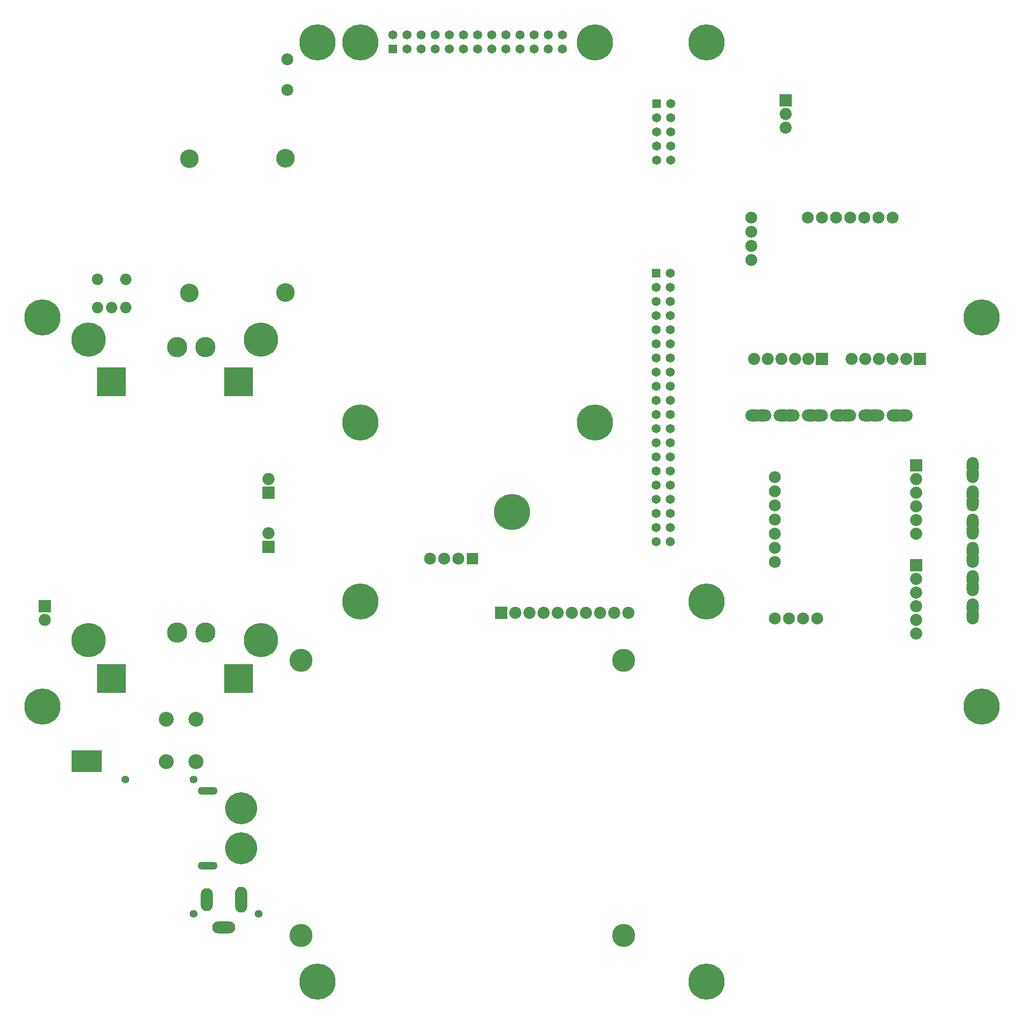
<source format=gbs>
G04*
G04 #@! TF.GenerationSoftware,Altium Limited,Altium Designer,22.6.1 (34)*
G04*
G04 Layer_Color=16711935*
%FSLAX44Y44*%
%MOMM*%
G71*
G04*
G04 #@! TF.SameCoordinates,93EC8B6F-EB43-44BE-ACFD-6113DF9B5761*
G04*
G04*
G04 #@! TF.FilePolarity,Negative*
G04*
G01*
G75*
%ADD44C,3.3500*%
%ADD45C,6.5000*%
%ADD46C,1.6500*%
%ADD47R,1.6500X1.6500*%
%ADD48R,1.6500X1.6500*%
%ADD49O,2.1500X4.6500*%
%ADD50O,4.1500X2.1500*%
%ADD51O,2.1500X4.1500*%
%ADD52O,3.5500X1.3500*%
%ADD53C,5.7500*%
%ADD54C,2.1820*%
%ADD55R,2.1820X2.1820*%
%ADD56C,2.1500*%
%ADD57O,3.1500X2.1500*%
%ADD58O,2.1500X3.1500*%
%ADD59R,2.1820X2.1820*%
%ADD60C,2.6900*%
%ADD61R,2.8900X2.8900*%
%ADD62R,2.8900X2.8900*%
%ADD63C,3.6500*%
%ADD64R,2.1500X2.1500*%
%ADD65C,4.1500*%
%ADD66C,2.0500*%
%ADD67C,0.7500*%
%ADD68C,1.4200*%
%ADD69C,6.1500*%
%ADD98R,5.5372X4.0132*%
D44*
X344250Y1317695D02*
D03*
Y1558995D02*
D03*
X516750Y1318470D02*
D03*
Y1559770D02*
D03*
D45*
X651189Y1767823D02*
D03*
X1273489Y763423D02*
D03*
X651189D02*
D03*
X1273489Y1767823D02*
D03*
X1072829Y1084559D02*
D03*
Y1767818D02*
D03*
X651189Y1767823D02*
D03*
X651189Y1084559D02*
D03*
X574397Y1767823D02*
D03*
X1767823Y574397D02*
D03*
X80063D02*
D03*
Y1273489D02*
D03*
X1273489Y1767823D02*
D03*
X1767823Y1273489D02*
D03*
X1273489Y80063D02*
D03*
X574397D02*
D03*
X923942Y923944D02*
D03*
D46*
X1208889Y1302623D02*
D03*
Y1201022D02*
D03*
Y1175622D02*
D03*
Y1150222D02*
D03*
Y1124822D02*
D03*
Y1099423D02*
D03*
Y1074023D02*
D03*
Y1251823D02*
D03*
Y1226423D02*
D03*
Y1277223D02*
D03*
X1183489Y1328022D02*
D03*
Y1277223D02*
D03*
X1208889Y1328022D02*
D03*
X1183489Y1302623D02*
D03*
X1208889Y1353423D02*
D03*
X1183489Y1251823D02*
D03*
Y1226423D02*
D03*
Y1175622D02*
D03*
Y1150222D02*
D03*
Y1124822D02*
D03*
Y1099423D02*
D03*
Y1074023D02*
D03*
Y1048623D02*
D03*
X1208889D02*
D03*
Y1023223D02*
D03*
Y997822D02*
D03*
X1183489Y1023223D02*
D03*
Y997822D02*
D03*
Y1201022D02*
D03*
X1208889Y972422D02*
D03*
X1183489Y896223D02*
D03*
Y870823D02*
D03*
X1208889Y947022D02*
D03*
Y921622D02*
D03*
Y896223D02*
D03*
Y870823D02*
D03*
X1183489Y972422D02*
D03*
Y947022D02*
D03*
Y921622D02*
D03*
X1183789Y1581923D02*
D03*
Y1632723D02*
D03*
X1209189Y1607323D02*
D03*
Y1632723D02*
D03*
Y1581923D02*
D03*
X1183789Y1607323D02*
D03*
X1209189Y1658123D02*
D03*
X1183789Y1556523D02*
D03*
X1209189D02*
D03*
X735009Y1781791D02*
D03*
X735009Y1756391D02*
D03*
X709609Y1781791D02*
D03*
X989009D02*
D03*
X1014409D02*
D03*
X989009Y1756391D02*
D03*
X1014409D02*
D03*
X862009D02*
D03*
X760409D02*
D03*
X785809D02*
D03*
X811209D02*
D03*
X836609Y1756391D02*
D03*
X862009Y1781791D02*
D03*
X836609D02*
D03*
X785809D02*
D03*
X811209D02*
D03*
X760409D02*
D03*
X963609D02*
D03*
X887409D02*
D03*
X912809D02*
D03*
X938209D02*
D03*
X887409Y1756391D02*
D03*
X912809D02*
D03*
X963609D02*
D03*
X938209D02*
D03*
D47*
X1183489Y1353423D02*
D03*
X1183789Y1658123D02*
D03*
D48*
X709609Y1756391D02*
D03*
D49*
X437500Y227500D02*
D03*
D50*
X405500Y177500D02*
D03*
D51*
X375500Y227500D02*
D03*
D52*
X377522Y287864D02*
D03*
Y422864D02*
D03*
D53*
X437522Y391364D02*
D03*
Y319364D02*
D03*
D54*
X84500Y730250D02*
D03*
X486378Y886116D02*
D03*
Y983616D02*
D03*
X1415872Y1615168D02*
D03*
Y1639668D02*
D03*
X930400Y742500D02*
D03*
X955800D02*
D03*
X981200D02*
D03*
X1006600D02*
D03*
X1032000D02*
D03*
X1057400D02*
D03*
X1082800D02*
D03*
X1108200D02*
D03*
X1133600D02*
D03*
X1534840Y1199250D02*
D03*
X1559340Y1199250D02*
D03*
X1583840D02*
D03*
X1632840Y1199250D02*
D03*
X1608340Y1199250D02*
D03*
X1359000Y1199250D02*
D03*
X1383500D02*
D03*
X1408000D02*
D03*
X1457000Y1199250D02*
D03*
X1432500Y1199250D02*
D03*
X1650321Y885221D02*
D03*
Y909721D02*
D03*
Y934221D02*
D03*
Y983221D02*
D03*
Y958721D02*
D03*
Y705571D02*
D03*
Y730071D02*
D03*
Y754571D02*
D03*
Y803570D02*
D03*
Y779071D02*
D03*
D55*
X84500Y754750D02*
D03*
X486378Y861616D02*
D03*
Y959116D02*
D03*
X1415872Y1664168D02*
D03*
X905000Y742500D02*
D03*
X1650321Y1007721D02*
D03*
Y828071D02*
D03*
D56*
X1456100Y1453250D02*
D03*
X1481500D02*
D03*
X1506900D02*
D03*
X1532300D02*
D03*
X1557700Y1453250D02*
D03*
X1583100Y1453250D02*
D03*
X1608500D02*
D03*
X1354500Y1377050D02*
D03*
X1354500Y1402450D02*
D03*
Y1427850D02*
D03*
Y1453250D02*
D03*
X1396321Y834421D02*
D03*
X1396321Y859821D02*
D03*
X1396321Y885221D02*
D03*
Y910621D02*
D03*
Y936021D02*
D03*
Y961421D02*
D03*
Y986821D02*
D03*
X1472521Y732821D02*
D03*
X1447121D02*
D03*
X1421721D02*
D03*
X1396321Y732821D02*
D03*
X520000Y1682500D02*
D03*
Y1737500D02*
D03*
X776700Y840000D02*
D03*
X802100D02*
D03*
X827500D02*
D03*
D57*
X1359600Y1097650D02*
D03*
X1374800Y1097650D02*
D03*
X1410400D02*
D03*
X1425600D02*
D03*
X1461200Y1097650D02*
D03*
X1476400Y1097650D02*
D03*
X1512000D02*
D03*
X1527200D02*
D03*
X1562800D02*
D03*
X1578000Y1097650D02*
D03*
X1613600Y1097650D02*
D03*
X1628800D02*
D03*
D58*
X1751921Y737921D02*
D03*
Y753121D02*
D03*
Y788721D02*
D03*
Y803921D02*
D03*
X1751921Y839521D02*
D03*
X1751921Y854721D02*
D03*
Y890321D02*
D03*
Y905521D02*
D03*
X1751921Y941121D02*
D03*
X1751921Y956321D02*
D03*
Y991921D02*
D03*
Y1007121D02*
D03*
D59*
X1657340Y1199250D02*
D03*
X1481500D02*
D03*
D60*
X302500Y475000D02*
D03*
X355840D02*
D03*
X302500Y551200D02*
D03*
X355840D02*
D03*
D61*
X444400Y1146500D02*
D03*
X421000Y1169900D02*
D03*
X215800Y1146500D02*
D03*
X192400Y1169900D02*
D03*
X421000Y636500D02*
D03*
X444400Y613100D02*
D03*
X192400Y636500D02*
D03*
X215800Y613100D02*
D03*
D62*
X444400Y1169900D02*
D03*
X421000Y1146500D02*
D03*
X215800Y1169900D02*
D03*
X192400Y1146500D02*
D03*
X421000Y613100D02*
D03*
X444400Y636500D02*
D03*
X215800D02*
D03*
X192400Y613100D02*
D03*
D63*
X372500Y1220500D02*
D03*
X321700D02*
D03*
X372500Y707500D02*
D03*
X321700D02*
D03*
D64*
X852900Y840000D02*
D03*
D65*
X545000Y162500D02*
D03*
X1125000D02*
D03*
X545000Y657500D02*
D03*
X1125000D02*
D03*
D66*
X204600Y1291700D02*
D03*
X230000D02*
D03*
X179200D02*
D03*
Y1342500D02*
D03*
X230000D02*
D03*
D67*
X180000Y467500D02*
D03*
X170000D02*
D03*
X160000D02*
D03*
X150000D02*
D03*
X140000D02*
D03*
X180000Y477500D02*
D03*
X170000D02*
D03*
X160000D02*
D03*
X150000D02*
D03*
X140000D02*
D03*
Y487500D02*
D03*
X150000D02*
D03*
X160000D02*
D03*
X170000D02*
D03*
X180000D02*
D03*
D68*
X228600Y443230D02*
D03*
X351790D02*
D03*
X468630Y201930D02*
D03*
X351790D02*
D03*
D69*
X162740Y693700D02*
D03*
X472740D02*
D03*
Y1233700D02*
D03*
X162740D02*
D03*
D98*
X159639Y476250D02*
D03*
M02*

</source>
